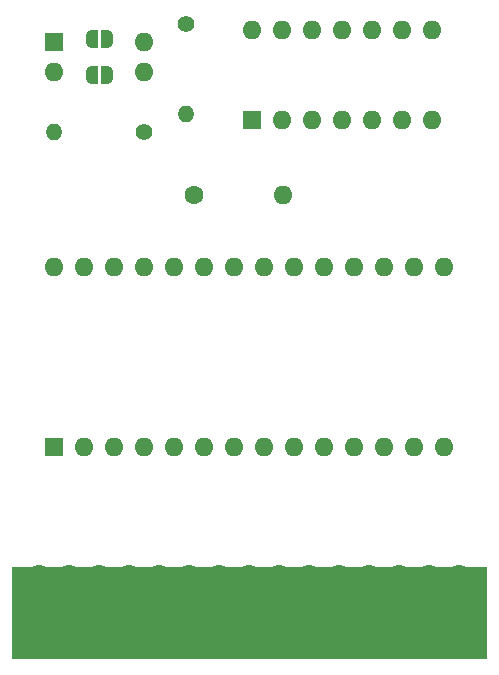
<source format=gbr>
G04 #@! TF.GenerationSoftware,KiCad,Pcbnew,(6.0.11)*
G04 #@! TF.CreationDate,2023-02-19T10:02:12-08:00*
G04 #@! TF.ProjectId,AtariCart,41746172-6943-4617-9274-2e6b69636164,rev?*
G04 #@! TF.SameCoordinates,Original*
G04 #@! TF.FileFunction,Soldermask,Top*
G04 #@! TF.FilePolarity,Negative*
%FSLAX46Y46*%
G04 Gerber Fmt 4.6, Leading zero omitted, Abs format (unit mm)*
G04 Created by KiCad (PCBNEW (6.0.11)) date 2023-02-19 10:02:12*
%MOMM*%
%LPD*%
G01*
G04 APERTURE LIST*
G04 Aperture macros list*
%AMRoundRect*
0 Rectangle with rounded corners*
0 $1 Rounding radius*
0 $2 $3 $4 $5 $6 $7 $8 $9 X,Y pos of 4 corners*
0 Add a 4 corners polygon primitive as box body*
4,1,4,$2,$3,$4,$5,$6,$7,$8,$9,$2,$3,0*
0 Add four circle primitives for the rounded corners*
1,1,$1+$1,$2,$3*
1,1,$1+$1,$4,$5*
1,1,$1+$1,$6,$7*
1,1,$1+$1,$8,$9*
0 Add four rect primitives between the rounded corners*
20,1,$1+$1,$2,$3,$4,$5,0*
20,1,$1+$1,$4,$5,$6,$7,0*
20,1,$1+$1,$6,$7,$8,$9,0*
20,1,$1+$1,$8,$9,$2,$3,0*%
%AMFreePoly0*
4,1,22,0.500000,-0.750000,0.000000,-0.750000,0.000000,-0.745033,-0.079941,-0.743568,-0.215256,-0.701293,-0.333266,-0.622738,-0.424486,-0.514219,-0.481581,-0.384460,-0.499164,-0.250000,-0.500000,-0.250000,-0.500000,0.250000,-0.499164,0.250000,-0.499963,0.256109,-0.478152,0.396186,-0.417904,0.524511,-0.324060,0.630769,-0.204165,0.706417,-0.067858,0.745374,0.000000,0.744959,0.000000,0.750000,
0.500000,0.750000,0.500000,-0.750000,0.500000,-0.750000,$1*%
%AMFreePoly1*
4,1,20,0.000000,0.744959,0.073905,0.744508,0.209726,0.703889,0.328688,0.626782,0.421226,0.519385,0.479903,0.390333,0.500000,0.250000,0.500000,-0.250000,0.499851,-0.262216,0.476331,-0.402017,0.414519,-0.529596,0.319384,-0.634700,0.198574,-0.708877,0.061801,-0.746166,0.000000,-0.745033,0.000000,-0.750000,-0.500000,-0.750000,-0.500000,0.750000,0.000000,0.750000,0.000000,0.744959,
0.000000,0.744959,$1*%
G04 Aperture macros list end*
%ADD10C,0.100000*%
%ADD11R,1.600000X1.600000*%
%ADD12O,1.600000X1.600000*%
%ADD13C,1.600000*%
%ADD14C,1.400000*%
%ADD15O,1.400000X1.400000*%
%ADD16FreePoly0,0.000000*%
%ADD17FreePoly1,0.000000*%
%ADD18RoundRect,1.000000X0.000000X-2.810000X0.000000X-2.810000X0.000000X2.810000X0.000000X2.810000X0*%
G04 APERTURE END LIST*
D10*
X25400000Y-74422000D02*
X65532000Y-74422000D01*
X65532000Y-74422000D02*
X65532000Y-82169000D01*
X65532000Y-82169000D02*
X25400000Y-82169000D01*
X25400000Y-82169000D02*
X25400000Y-74422000D01*
G36*
X25400000Y-74422000D02*
G01*
X65532000Y-74422000D01*
X65532000Y-82169000D01*
X25400000Y-82169000D01*
X25400000Y-74422000D01*
G37*
D11*
X28956000Y-64262000D03*
D12*
X31496000Y-64262000D03*
X34036000Y-64262000D03*
X36576000Y-64262000D03*
X39116000Y-64262000D03*
X41656000Y-64262000D03*
X44196000Y-64262000D03*
X46736000Y-64262000D03*
X49276000Y-64262000D03*
X51816000Y-64262000D03*
X54356000Y-64262000D03*
X56896000Y-64262000D03*
X59436000Y-64262000D03*
X61976000Y-64262000D03*
X61976000Y-49022000D03*
X59436000Y-49022000D03*
X56896000Y-49022000D03*
X54356000Y-49022000D03*
X51816000Y-49022000D03*
X49276000Y-49022000D03*
X46736000Y-49022000D03*
X44196000Y-49022000D03*
X41656000Y-49022000D03*
X39116000Y-49022000D03*
X36576000Y-49022000D03*
X34036000Y-49022000D03*
X31496000Y-49022000D03*
X28956000Y-49022000D03*
D11*
X45720000Y-36576000D03*
D12*
X48260000Y-36576000D03*
X50800000Y-36576000D03*
X53340000Y-36576000D03*
X55880000Y-36576000D03*
X58420000Y-36576000D03*
X60960000Y-36576000D03*
X60960000Y-28956000D03*
X58420000Y-28956000D03*
X55880000Y-28956000D03*
X53340000Y-28956000D03*
X50800000Y-28956000D03*
X48260000Y-28956000D03*
X45720000Y-28956000D03*
D11*
X28956000Y-29972000D03*
D12*
X28956000Y-32512000D03*
X36576000Y-32512000D03*
X36576000Y-29972000D03*
D13*
X40767000Y-42926000D03*
D12*
X48267000Y-42926000D03*
D14*
X36576000Y-37592000D03*
D15*
X28956000Y-37592000D03*
D16*
X32116000Y-29718000D03*
D17*
X33416000Y-29718000D03*
D16*
X32116000Y-32766000D03*
D17*
X33416000Y-32766000D03*
D14*
X40132000Y-28448000D03*
D15*
X40132000Y-36068000D03*
D18*
X27686000Y-78105000D03*
X30226000Y-78105000D03*
X32766000Y-78105000D03*
X35306000Y-78105000D03*
X37846000Y-78105000D03*
X40386000Y-78105000D03*
X42926000Y-78105000D03*
X45466000Y-78105000D03*
X48006000Y-78105000D03*
X50546000Y-78105000D03*
X53086000Y-78105000D03*
X55626000Y-78105000D03*
X58166000Y-78105000D03*
X60706000Y-78105000D03*
X63246000Y-78105000D03*
M02*

</source>
